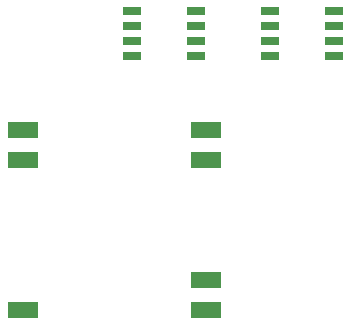
<source format=gtp>
G04 #@! TF.GenerationSoftware,KiCad,Pcbnew,9.0.1*
G04 #@! TF.CreationDate,2025-05-26T13:20:38+02:00*
G04 #@! TF.ProjectId,ESP Interface Board,45535020-496e-4746-9572-666163652042,rev?*
G04 #@! TF.SameCoordinates,Original*
G04 #@! TF.FileFunction,Paste,Top*
G04 #@! TF.FilePolarity,Positive*
%FSLAX46Y46*%
G04 Gerber Fmt 4.6, Leading zero omitted, Abs format (unit mm)*
G04 Created by KiCad (PCBNEW 9.0.1) date 2025-05-26 13:20:38*
%MOMM*%
%LPD*%
G01*
G04 APERTURE LIST*
%ADD10R,2.500000X1.400000*%
%ADD11R,1.528000X0.650000*%
G04 APERTURE END LIST*
D10*
X100078000Y-153416000D03*
X100078000Y-150876000D03*
X100078000Y-140716000D03*
X100078000Y-138176000D03*
X84578000Y-138176000D03*
X84578000Y-140716000D03*
X84578000Y-153416000D03*
D11*
X93809000Y-128143000D03*
X93809000Y-129413000D03*
X93809000Y-130683000D03*
X93809000Y-131953000D03*
X99231000Y-131953000D03*
X99231000Y-130683000D03*
X99231000Y-129413000D03*
X99231000Y-128143000D03*
X105493000Y-128143000D03*
X105493000Y-129413000D03*
X105493000Y-130683000D03*
X105493000Y-131953000D03*
X110915000Y-131953000D03*
X110915000Y-130683000D03*
X110915000Y-129413000D03*
X110915000Y-128143000D03*
M02*

</source>
